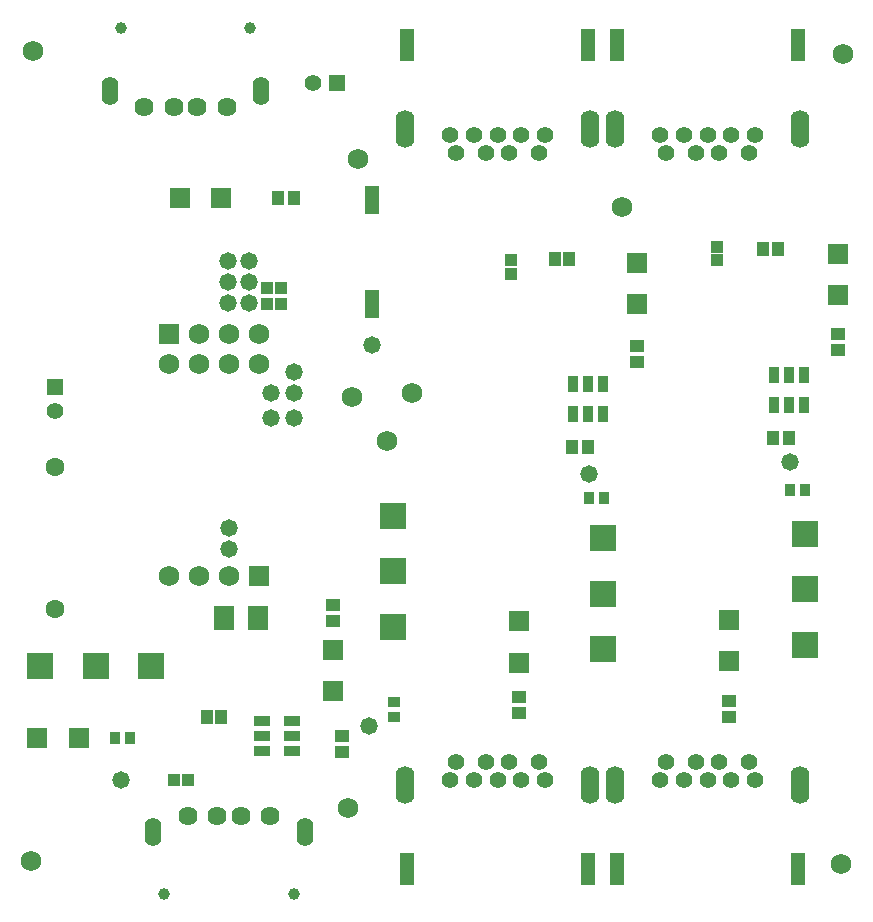
<source format=gts>
G04*
G04 #@! TF.GenerationSoftware,Altium Limited,Altium Designer,20.0.10 (225)*
G04*
G04 Layer_Color=8388736*
%FSLAX25Y25*%
%MOIN*%
G70*
G01*
G75*
%ADD15R,0.03753X0.04147*%
%ADD16R,0.04147X0.04540*%
%ADD17R,0.03300X0.05800*%
%ADD18R,0.03950X0.04540*%
%ADD19R,0.04343X0.04147*%
%ADD20R,0.04147X0.03753*%
%ADD21R,0.04147X0.04343*%
%ADD22R,0.05800X0.03300*%
%ADD23R,0.04540X0.04147*%
%ADD24R,0.05131X0.09461*%
%ADD25R,0.04934X0.04343*%
%ADD26R,0.04343X0.04934*%
%ADD27R,0.03556X0.04147*%
%ADD28R,0.05131X0.10642*%
%ADD29R,0.06706X0.06706*%
%ADD30R,0.06706X0.06706*%
%ADD31R,0.06902X0.08280*%
%ADD32C,0.06800*%
%ADD33R,0.06800X0.06800*%
%ADD34R,0.08800X0.08800*%
%ADD35R,0.08800X0.08800*%
%ADD36C,0.05524*%
%ADD37R,0.05524X0.05524*%
%ADD38R,0.05524X0.05524*%
%ADD39O,0.06312X0.12611*%
%ADD40O,0.05524X0.09461*%
%ADD41C,0.06391*%
%ADD42C,0.03950*%
%ADD43C,0.06312*%
%ADD44C,0.05800*%
D15*
X667941Y338500D02*
D03*
X673059D02*
D03*
X600941Y336000D02*
D03*
X606059D02*
D03*
D16*
X667658Y356000D02*
D03*
X662343D02*
D03*
X600658Y353000D02*
D03*
X595342D02*
D03*
D17*
X672500Y367000D02*
D03*
X667500D02*
D03*
X662500D02*
D03*
X672500Y377000D02*
D03*
X667500D02*
D03*
X662500D02*
D03*
X605500Y364000D02*
D03*
X600500D02*
D03*
X595500D02*
D03*
X605500Y374000D02*
D03*
X600500D02*
D03*
X595500D02*
D03*
D18*
X659039Y419000D02*
D03*
X663961D02*
D03*
X589539Y415500D02*
D03*
X594461D02*
D03*
X473539Y263000D02*
D03*
X478461D02*
D03*
D19*
X643500Y415236D02*
D03*
Y419764D02*
D03*
X575000Y410736D02*
D03*
Y415264D02*
D03*
D20*
X536000Y262941D02*
D03*
Y268059D02*
D03*
D21*
X467264Y242000D02*
D03*
X462736D02*
D03*
X493736Y400500D02*
D03*
X498264D02*
D03*
X493736Y406000D02*
D03*
X498264D02*
D03*
D22*
X502000Y261500D02*
D03*
Y256500D02*
D03*
Y251500D02*
D03*
X492000Y261500D02*
D03*
Y256500D02*
D03*
Y251500D02*
D03*
D23*
X518500Y256658D02*
D03*
Y251343D02*
D03*
D24*
X528500Y400677D02*
D03*
Y435323D02*
D03*
D25*
X577500Y264342D02*
D03*
Y269657D02*
D03*
X617000Y386658D02*
D03*
Y381343D02*
D03*
X647500Y262842D02*
D03*
Y268158D02*
D03*
X684000Y390657D02*
D03*
Y385343D02*
D03*
X515500Y294843D02*
D03*
Y300157D02*
D03*
D26*
X497342Y436000D02*
D03*
X502658D02*
D03*
D27*
X443039Y256000D02*
D03*
X447961D02*
D03*
D28*
X540382Y212197D02*
D03*
X600618D02*
D03*
X600618Y486803D02*
D03*
X540382D02*
D03*
X610382Y212197D02*
D03*
X670618D02*
D03*
X670618Y486803D02*
D03*
X610382D02*
D03*
D29*
X577500Y294890D02*
D03*
Y281110D02*
D03*
X617000Y414390D02*
D03*
Y400610D02*
D03*
X647500Y295390D02*
D03*
Y281610D02*
D03*
X684000Y417390D02*
D03*
Y403610D02*
D03*
X515500Y271610D02*
D03*
Y285390D02*
D03*
D30*
X464500Y436000D02*
D03*
X478279D02*
D03*
X417110Y256000D02*
D03*
X430890D02*
D03*
D31*
X479193Y296000D02*
D03*
X490807D02*
D03*
D32*
X471000Y310000D02*
D03*
X481000D02*
D03*
X461000D02*
D03*
Y380500D02*
D03*
X471000D02*
D03*
X481000D02*
D03*
X491000D02*
D03*
Y390500D02*
D03*
X481000D02*
D03*
X471000D02*
D03*
X520500Y232500D02*
D03*
X612000Y433000D02*
D03*
X533500Y355000D02*
D03*
X542000Y371000D02*
D03*
X524000Y449000D02*
D03*
X522000Y369500D02*
D03*
X685000Y214000D02*
D03*
X415000Y215000D02*
D03*
X685500Y484000D02*
D03*
X415500Y485000D02*
D03*
D33*
X491000Y310000D02*
D03*
X461000Y390500D02*
D03*
D34*
X673000Y287000D02*
D03*
Y305500D02*
D03*
Y324000D02*
D03*
X535500Y293000D02*
D03*
Y311500D02*
D03*
Y330000D02*
D03*
X605500Y322500D02*
D03*
Y304000D02*
D03*
Y285500D02*
D03*
D35*
X418000Y280000D02*
D03*
X436500D02*
D03*
X455000D02*
D03*
D36*
X509063Y474354D02*
D03*
X423146Y365063D02*
D03*
X554752Y242039D02*
D03*
X586248D02*
D03*
X562626D02*
D03*
X570500D02*
D03*
X578374D02*
D03*
X584279Y247945D02*
D03*
X556720D02*
D03*
X574437D02*
D03*
X566563D02*
D03*
X586248Y456961D02*
D03*
X554752D02*
D03*
X578374D02*
D03*
X570500D02*
D03*
X562626D02*
D03*
X556720Y451055D02*
D03*
X584279D02*
D03*
X566563D02*
D03*
X574437D02*
D03*
X624752Y242039D02*
D03*
X656248D02*
D03*
X632626D02*
D03*
X640500D02*
D03*
X648374D02*
D03*
X654280Y247945D02*
D03*
X626721D02*
D03*
X644437D02*
D03*
X636563D02*
D03*
X656248Y456961D02*
D03*
X624752D02*
D03*
X648374D02*
D03*
X640500D02*
D03*
X632626D02*
D03*
X626721Y451055D02*
D03*
X654280D02*
D03*
X636563D02*
D03*
X644437D02*
D03*
D37*
X516937Y474354D02*
D03*
D38*
X423146Y372937D02*
D03*
D39*
X601405Y240150D02*
D03*
X539595D02*
D03*
X539595Y458850D02*
D03*
X601405D02*
D03*
X671406Y240150D02*
D03*
X609594D02*
D03*
X609594Y458850D02*
D03*
X671406D02*
D03*
D40*
X441303Y471721D02*
D03*
X491697D02*
D03*
X506197Y224780D02*
D03*
X455803D02*
D03*
D41*
X480279Y466405D02*
D03*
X452720D02*
D03*
X470437D02*
D03*
X462563D02*
D03*
X467220Y230095D02*
D03*
X494779D02*
D03*
X477063D02*
D03*
X484937D02*
D03*
D42*
X488154Y492587D02*
D03*
X444846D02*
D03*
X459346Y203913D02*
D03*
X502654D02*
D03*
D43*
X423000Y298878D02*
D03*
Y346122D02*
D03*
D44*
X495000Y371000D02*
D03*
Y362500D02*
D03*
X481000Y319000D02*
D03*
Y326000D02*
D03*
X502500Y362500D02*
D03*
Y371000D02*
D03*
Y378000D02*
D03*
X487500Y415000D02*
D03*
Y408000D02*
D03*
Y401000D02*
D03*
X480500D02*
D03*
Y408000D02*
D03*
Y415000D02*
D03*
X601000Y344000D02*
D03*
X527500Y260000D02*
D03*
X445000Y242000D02*
D03*
X668000Y348000D02*
D03*
X528500Y387000D02*
D03*
M02*

</source>
